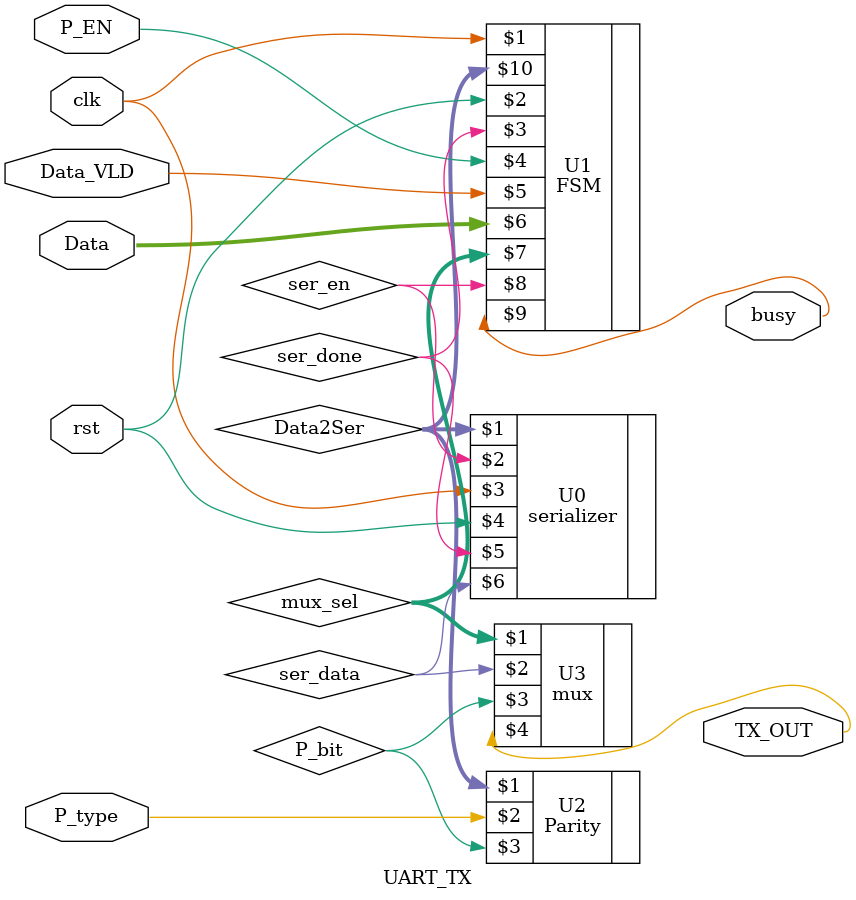
<source format=v>
module UART_TX (
	input Data_VLD,clk,rst,
	input P_EN,
	input P_type,
	input [7:0] Data,
	output TX_OUT,busy
);
wire ser_en;
wire ser_done;
wire ser_data;
wire [1:0] mux_sel;
wire P_bit;
wire [7:0] Data2Ser;


serializer U0(Data2Ser,ser_en,clk,rst,ser_done,ser_data);
FSM U1(clk,rst,ser_done,P_EN,Data_VLD,Data,mux_sel,ser_en,busy,Data2Ser);
Parity U2(Data2Ser,P_type,P_bit);
mux U3(mux_sel,ser_data,P_bit,TX_OUT);






endmodule 
</source>
